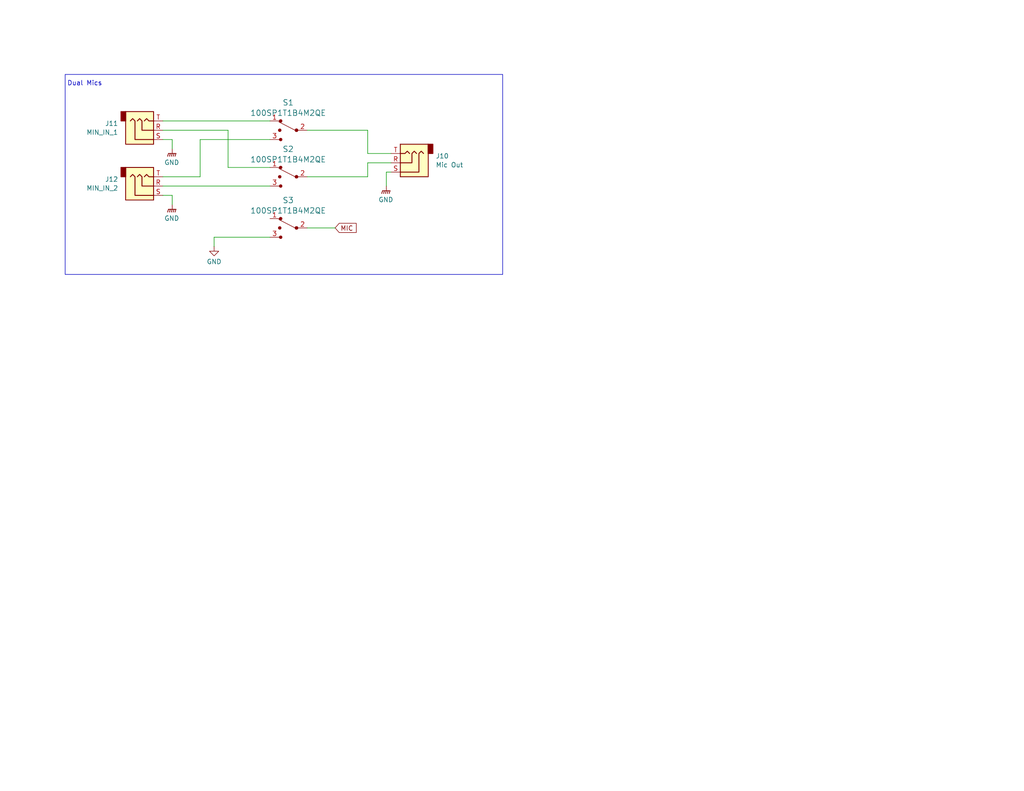
<source format=kicad_sch>
(kicad_sch (version 20250114) (generator "eeschema") (generator_version "9.0")
  (paper "USLetter")
  (title_block (title "Teensy Maestro") (date "2025-05-11") (rev "v2.0") (company "KD0RC & NV0E ") (comment 1 "Updated for PCB creation & ST7796 display by NV0E") (comment 3 "Full Teensy Maestro schematic based on original design by KD0RC."))
  (lib_symbols
    (symbol "Connector_Audio:AudioJack3"
      (property "Reference" "J" (at 0 8.89 0))
      (property "Value" "AudioJack3" (at 0 6.35 0))
      (symbol "AudioJack3_0_1"
        (rectangle (start -5.08 -5.08) (end -6.35 -2.54) (stroke (width 0.254)) (fill (type outline)))
        (polyline (pts (xy -1.905 -2.54) (xy -1.27 -3.175) (xy -0.635 -2.54) (xy -0.635 0) (xy 2.54 0)) (stroke (width 0.254)))
        (polyline (pts (xy 0 -2.54) (xy 0.635 -3.175) (xy 1.27 -2.54) (xy 2.54 -2.54)) (stroke (width 0.254)))
        (rectangle (start 2.54 3.81) (end -5.08 -5.08) (stroke (width 0.254)) (fill (type background)))
        (polyline (pts (xy 2.54 2.54) (xy -2.54 2.54) (xy -2.54 -2.54) (xy -3.175 -3.175) (xy -3.81 -2.54)) (stroke (width 0.254)))
      )
      (symbol "AudioJack3_1_1"
        (pin passive line (at 5.08 2.54 180) (length 2.54) (name "~") (number "S"))
        (pin passive line (at 5.08 0 180) (length 2.54) (name "~") (number "R"))
        (pin passive line (at 5.08 -2.54 180) (length 2.54) (name "~") (number "T"))
      )
    )
    (symbol "dk_Toggle-Switches:100SP1T1B4M2QE" (pin_names (offset 0) (hide yes))
      (property "Reference" "S" (at -3.81 2.54 0))
      (property "Value" "100SP1T1B4M2QE" (at 0 -5.715 0))
      (symbol "100SP1T1B4M2QE_0_1"
        (circle (center -2.159 0) (radius 0.4064) (fill (type outline)))
        (circle (center 2.159 2.54) (radius 0.381) (fill (type outline)))
        (circle (center 2.159 -2.54) (radius 0.381) (fill (type outline)))
        (circle (center 2.413 0) (radius 0.381) (fill (type outline)))
        (polyline (pts (xy 2.667 2.286) (xy -1.778 0)))
      )
      (symbol "100SP1T1B4M2QE_1_1"
        (pin passive line (at -5.08 0 0) (length 2.54) (name "Com") (number "2"))
        (pin passive line (at 5.08 2.54 180) (length 2.54) (name "~") (number "1"))
        (pin passive line (at 5.08 -2.54 180) (length 2.54) (name "~") (number "3"))
      )
    )
    (symbol "power:GND" (power) (pin_numbers (hide yes)) (pin_names (offset 0) (hide yes))
      (property "Value" "GND" (at 0 -3.81 0))
      (symbol "GND_0_1"
        (polyline (pts (xy 0 0) (xy 0 -1.27) (xy 1.27 -1.27) (xy 0 -2.54) (xy -1.27 -1.27) (xy 0 -1.27)))
      )
      (symbol "GND_1_1"
        (pin power_in line (at 0 0 270) (length 0) (name "~") (number "1"))
      )
    )
    (symbol "power:GNDPWR" (power) (pin_numbers (hide yes)) (pin_names (offset 0) (hide yes))
      (property "Value" "GNDPWR" (at 0 -3.302 0))
      (symbol "GNDPWR_0_1"
        (polyline (pts (xy -1.016 -1.27) (xy -1.27 -2.032) (xy -1.27 -2.032)) (stroke (width 0.2032)))
        (polyline (pts (xy -0.508 -1.27) (xy -0.762 -2.032) (xy -0.762 -2.032)) (stroke (width 0.2032)))
        (polyline (pts (xy 0 -1.27) (xy 0 0)))
        (polyline (pts (xy 0 -1.27) (xy -0.254 -2.032) (xy -0.254 -2.032)) (stroke (width 0.2032)))
        (polyline (pts (xy 0.508 -1.27) (xy 0.254 -2.032) (xy 0.254 -2.032)) (stroke (width 0.2032)))
        (polyline (pts (xy 1.016 -1.27) (xy -1.016 -1.27) (xy -1.016 -1.27)) (stroke (width 0.2032)))
        (polyline (pts (xy 1.016 -1.27) (xy 0.762 -2.032) (xy 0.762 -2.032) (xy 0.762 -2.032)) (stroke (width 0.2032)))
      )
      (symbol "GNDPWR_1_1"
        (pin power_in line (at 0 0 270) (length 0) (name "~") (number "1"))
      )
    )
  )
  (rectangle (start 17.78 20.32) (end 137.16 74.93))
  (text "Dual Mics" (at 23.114 22.86 0) (effects (font (size 1.27 1.27))))
  (wire (pts (xy 100.33 35.56) (xy 100.33 41.91)))
  (wire (pts (xy 58.42 64.77) (xy 58.42 67.31)))
  (wire (pts (xy 100.33 41.91) (xy 106.68 41.91)))
  (wire (pts (xy 105.41 46.99) (xy 105.41 50.8)))
  (wire (pts (xy 54.61 38.1) (xy 54.61 48.26)))
  (wire (pts (xy 73.66 38.1) (xy 54.61 38.1)))
  (wire (pts (xy 54.61 48.26) (xy 44.45 48.26)))
  (wire (pts (xy 44.45 50.8) (xy 73.66 50.8)))
  (wire (pts (xy 46.99 38.1) (xy 46.99 40.64)))
  (wire (pts (xy 83.82 35.56) (xy 100.33 35.56)))
  (wire (pts (xy 62.23 45.72) (xy 62.23 35.56)))
  (wire (pts (xy 44.45 38.1) (xy 46.99 38.1)))
  (wire (pts (xy 62.23 35.56) (xy 44.45 35.56)))
  (wire (pts (xy 73.66 64.77) (xy 58.42 64.77)))
  (wire (pts (xy 46.99 53.34) (xy 46.99 55.88)))
  (wire (pts (xy 100.33 44.45) (xy 106.68 44.45)))
  (wire (pts (xy 44.45 53.34) (xy 46.99 53.34)))
  (wire (pts (xy 100.33 48.26) (xy 100.33 44.45)))
  (wire (pts (xy 83.82 48.26) (xy 100.33 48.26)))
  (wire (pts (xy 106.68 46.99) (xy 105.41 46.99)))
  (wire (pts (xy 73.66 33.02) (xy 44.45 33.02)))
  (wire (pts (xy 73.66 45.72) (xy 62.23 45.72)))
  (wire (pts (xy 83.82 62.23) (xy 91.44 62.23)))
  (global_label "MIC" (shape input) (at 91.44 62.23 0) (property "Intersheetrefs" "${INTERSHEET_REFS}" (effects (hide yes))))
  (symbol (lib_id "power:GNDPWR") (at 105.41 50.8 0) (unit 1)
    (property "Reference" "#PWR06" (effects (hide yes)))
    (property "Value" "GND" (at 105.283 54.5267 0))
    (property "Description" "Power symbol creates a global label with name \"GNDPWR\" , global ground" (effects (hide yes)))
  )
  (symbol (lib_id "Connector_Audio:AudioJack3") (at 39.37 50.8 0) (mirror x) (unit 1) (on_board no)
    (property "Reference" "J12" (at 32.258 48.9528 0) (effects (justify right)))
    (property "Value" "MIN_IN_2" (at 32.258 51.3771 0) (effects (justify right)))
    (property "Description" "Audio Jack, 3 Poles (Stereo / TRS)" (effects (hide yes)))
  )
  (symbol (lib_id "power:GNDPWR") (at 46.99 40.64 0) (unit 1)
    (property "Reference" "#PWR040" (effects (hide yes)))
    (property "Value" "GND" (at 46.863 44.3667 0))
    (property "Description" "Power symbol creates a global label with name \"GNDPWR\" , global ground" (effects (hide yes)))
  )
  (symbol (lib_id "dk_Toggle-Switches:100SP1T1B4M2QE") (at 78.74 62.23 0) (mirror y) (unit 1) (on_board no)
    (property "Reference" "S3" (at 78.6257 54.6786 0) (effects (font (size 1.524 1.524))))
    (property "Value" "100SP1T1B4M2QE" (at 78.6257 57.5115 0) (effects (font (size 1.524 1.524))))
    (property "Footprint" "digikey-footprints:Toggle_Switch_100SP1T1B4M2QE" (effects (hide yes)))
    (property "Datasheet" "http://spec_sheets.e-switch.com/specs/T111597.pdf" (effects (hide yes)))
    (property "Description" "SWITCH TOGGLE SPDT 5A 120V" (effects (hide yes)))
    (property "Digi-Key_PN" "EG2355-ND" (effects (hide yes)))
    (property "MPN" "100SP1T1B4M2QE" (effects (hide yes)))
    (property "Category" "Switches" (effects (hide yes)))
    (property "Family" "Toggle Switches" (effects (hide yes)))
    (property "DK_Datasheet_Link" "http://spec_sheets.e-switch.com/specs/T111597.pdf" (effects (hide yes)))
    (property "DK_Detail_Page" "/product-detail/en/e-switch/100SP1T1B4M2QE/EG2355-ND/378824" (effects (hide yes)))
    (property "Description_1" "SWITCH TOGGLE SPDT 5A 120V" (effects (hide yes)))
    (property "Manufacturer" "E-Switch" (effects (hide yes)))
    (property "Status" "Active" (effects (hide yes)))
  )
  (symbol (lib_id "Connector_Audio:AudioJack3") (at 111.76 44.45 180) (unit 1) (on_board no)
    (property "Reference" "J10" (at 118.872 42.6028 0) (effects (justify right)))
    (property "Value" "Mic Out" (at 118.872 45.0271 0) (effects (justify right)))
    (property "Description" "Audio Jack, 3 Poles (Stereo / TRS)" (effects (hide yes)))
  )
  (symbol (lib_id "dk_Toggle-Switches:100SP1T1B4M2QE") (at 78.74 48.26 0) (mirror y) (unit 1) (on_board no)
    (property "Reference" "S2" (at 78.6257 40.7086 0) (effects (font (size 1.524 1.524))))
    (property "Value" "100SP1T1B4M2QE" (at 78.6257 43.5415 0) (effects (font (size 1.524 1.524))))
    (property "Footprint" "digikey-footprints:Toggle_Switch_100SP1T1B4M2QE" (effects (hide yes)))
    (property "Datasheet" "http://spec_sheets.e-switch.com/specs/T111597.pdf" (effects (hide yes)))
    (property "Description" "SWITCH TOGGLE SPDT 5A 120V" (effects (hide yes)))
    (property "Digi-Key_PN" "EG2355-ND" (effects (hide yes)))
    (property "MPN" "100SP1T1B4M2QE" (effects (hide yes)))
    (property "Category" "Switches" (effects (hide yes)))
    (property "Family" "Toggle Switches" (effects (hide yes)))
    (property "DK_Datasheet_Link" "http://spec_sheets.e-switch.com/specs/T111597.pdf" (effects (hide yes)))
    (property "DK_Detail_Page" "/product-detail/en/e-switch/100SP1T1B4M2QE/EG2355-ND/378824" (effects (hide yes)))
    (property "Description_1" "SWITCH TOGGLE SPDT 5A 120V" (effects (hide yes)))
    (property "Manufacturer" "E-Switch" (effects (hide yes)))
    (property "Status" "Active" (effects (hide yes)))
  )
  (symbol (lib_id "power:GND") (at 58.42 67.31 0) (mirror y) (unit 1)
    (property "Reference" "#PWR054" (effects (hide yes)))
    (property "Value" "GND" (at 58.42 71.4431 0))
    (property "Description" "Power symbol creates a global label with name \"GND\" , ground" (effects (hide yes)))
  )
  (symbol (lib_id "dk_Toggle-Switches:100SP1T1B4M2QE") (at 78.74 35.56 0) (mirror y) (unit 1) (on_board no)
    (property "Reference" "S1" (at 78.6257 28.0086 0) (effects (font (size 1.524 1.524))))
    (property "Value" "100SP1T1B4M2QE" (at 78.6257 30.8415 0) (effects (font (size 1.524 1.524))))
    (property "Footprint" "digikey-footprints:Toggle_Switch_100SP1T1B4M2QE" (effects (hide yes)))
    (property "Datasheet" "http://spec_sheets.e-switch.com/specs/T111597.pdf" (effects (hide yes)))
    (property "Description" "SWITCH TOGGLE SPDT 5A 120V" (effects (hide yes)))
    (property "Digi-Key_PN" "EG2355-ND" (effects (hide yes)))
    (property "MPN" "100SP1T1B4M2QE" (effects (hide yes)))
    (property "Category" "Switches" (effects (hide yes)))
    (property "Family" "Toggle Switches" (effects (hide yes)))
    (property "DK_Datasheet_Link" "http://spec_sheets.e-switch.com/specs/T111597.pdf" (effects (hide yes)))
    (property "DK_Detail_Page" "/product-detail/en/e-switch/100SP1T1B4M2QE/EG2355-ND/378824" (effects (hide yes)))
    (property "Description_1" "SWITCH TOGGLE SPDT 5A 120V" (effects (hide yes)))
    (property "Manufacturer" "E-Switch" (effects (hide yes)))
    (property "Status" "Active" (effects (hide yes)))
  )
  (symbol (lib_id "power:GNDPWR") (at 46.99 55.88 0) (unit 1)
    (property "Reference" "#PWR011" (effects (hide yes)))
    (property "Value" "GND" (at 46.863 59.6067 0))
    (property "Description" "Power symbol creates a global label with name \"GNDPWR\" , global ground" (effects (hide yes)))
  )
  (symbol (lib_id "Connector_Audio:AudioJack3") (at 39.37 35.56 0) (mirror x) (unit 1) (on_board no)
    (property "Reference" "J11" (at 32.258 33.7128 0) (effects (justify right)))
    (property "Value" "MIN_IN_1" (at 32.258 36.1371 0) (effects (justify right)))
    (property "Description" "Audio Jack, 3 Poles (Stereo / TRS)" (effects (hide yes)))
  )
)
</source>
